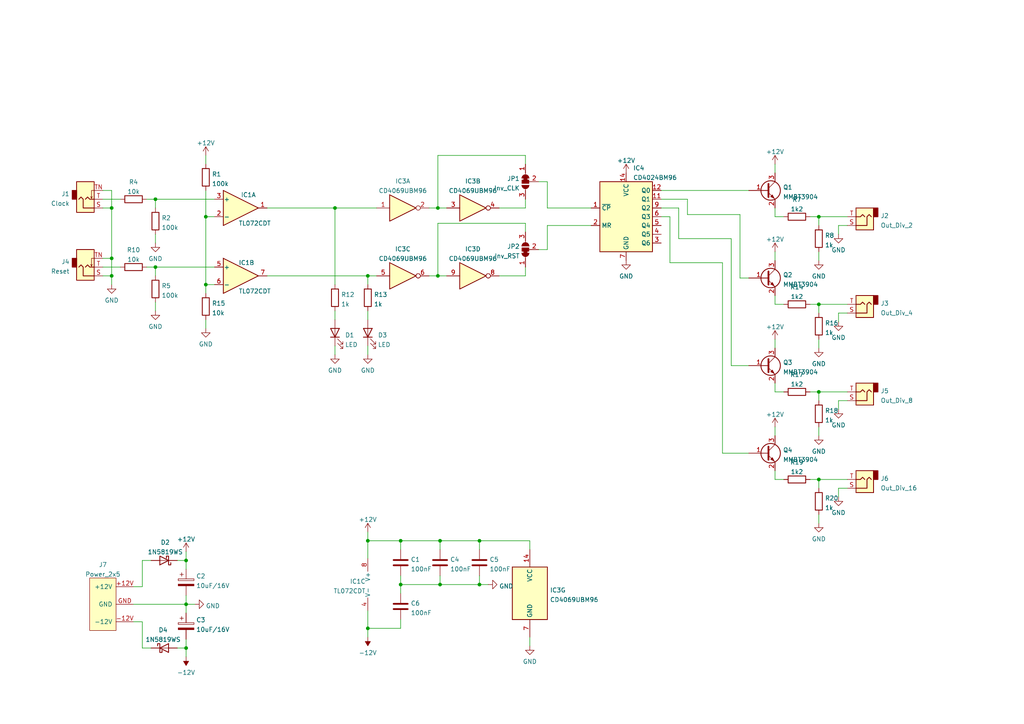
<source format=kicad_sch>
(kicad_sch (version 20211123) (generator eeschema)
  (paper "A4")
  (lib_symbols
    (symbol "74xx:74HC04"
      (property "Reference" "U" (at 0 1.27 0))
      (property "Value" "74HC04" (at 0 -1.27 0))
      (symbol "74HC04_1_0"
        (polyline (pts (xy -3.81 3.81) (xy -3.81 -3.81) (xy 3.81 0) (xy -3.81 3.81)) (stroke (width 0.254)) (fill (type background)))
        (pin input line (at -7.62 0 0) (length 3.81) (name "~") (number "1"))
        (pin output inverted (at 7.62 0 180) (length 3.81) (name "~") (number "2"))
      )
      (symbol "74HC04_2_0"
        (polyline (pts (xy -3.81 3.81) (xy -3.81 -3.81) (xy 3.81 0) (xy -3.81 3.81)) (stroke (width 0.254)) (fill (type background)))
        (pin input line (at -7.62 0 0) (length 3.81) (name "~") (number "3"))
        (pin output inverted (at 7.62 0 180) (length 3.81) (name "~") (number "4"))
      )
      (symbol "74HC04_3_0"
        (polyline (pts (xy -3.81 3.81) (xy -3.81 -3.81) (xy 3.81 0) (xy -3.81 3.81)) (stroke (width 0.254)) (fill (type background)))
        (pin input line (at -7.62 0 0) (length 3.81) (name "~") (number "5"))
        (pin output inverted (at 7.62 0 180) (length 3.81) (name "~") (number "6"))
      )
      (symbol "74HC04_4_0"
        (polyline (pts (xy -3.81 3.81) (xy -3.81 -3.81) (xy 3.81 0) (xy -3.81 3.81)) (stroke (width 0.254)) (fill (type background)))
        (pin output inverted (at 7.62 0 180) (length 3.81) (name "~") (number "8"))
        (pin input line (at -7.62 0 0) (length 3.81) (name "~") (number "9"))
      )
      (symbol "74HC04_5_0"
        (polyline (pts (xy -3.81 3.81) (xy -3.81 -3.81) (xy 3.81 0) (xy -3.81 3.81)) (stroke (width 0.254)) (fill (type background)))
        (pin output inverted (at 7.62 0 180) (length 3.81) (name "~") (number "10"))
        (pin input line (at -7.62 0 0) (length 3.81) (name "~") (number "11"))
      )
      (symbol "74HC04_6_0"
        (polyline (pts (xy -3.81 3.81) (xy -3.81 -3.81) (xy 3.81 0) (xy -3.81 3.81)) (stroke (width 0.254)) (fill (type background)))
        (pin output inverted (at 7.62 0 180) (length 3.81) (name "~") (number "12"))
        (pin input line (at -7.62 0 0) (length 3.81) (name "~") (number "13"))
      )
      (symbol "74HC04_7_0"
        (pin power_in line (at 0 12.7 270) (length 5.08) (name "VCC") (number "14"))
        (pin power_in line (at 0 -12.7 90) (length 5.08) (name "GND") (number "7"))
      )
      (symbol "74HC04_7_1"
        (rectangle (start -5.08 7.62) (end 5.08 -7.62) (stroke (width 0.254)) (fill (type background)))
      )
    )
    (symbol "74xx:74HC4024"
      (property "Reference" "U" (at -6.35 11.43 0))
      (property "Value" "74HC4024" (at 6.35 11.43 0))
      (symbol "74HC4024_0_1"
        (rectangle (start -7.62 10.16) (end 7.62 -10.16) (stroke (width 0.254)) (fill (type background)))
      )
      (symbol "74HC4024_1_0"
        (pin input line (at -10.16 2.54 0) (length 2.54) (name "~{CP}") (number "1"))
        (pin no_connect line (at -7.62 5.08 0) (length 2.54) hide (name "~") (number "10"))
        (pin output line (at 10.16 5.08 180) (length 2.54) (name "Q1") (number "11"))
        (pin output line (at 10.16 7.62 180) (length 2.54) (name "Q0") (number "12"))
        (pin no_connect line (at -7.62 -5.08 0) (length 2.54) hide (name "~") (number "13"))
        (pin power_in line (at 0 12.7 270) (length 2.54) (name "VCC") (number "14"))
        (pin input line (at -10.16 -2.54 0) (length 2.54) (name "MR") (number "2"))
        (pin output line (at 10.16 -7.62 180) (length 2.54) (name "Q6") (number "3"))
        (pin output line (at 10.16 -5.08 180) (length 2.54) (name "Q5") (number "4"))
        (pin output line (at 10.16 -2.54 180) (length 2.54) (name "Q4") (number "5"))
        (pin output line (at 10.16 0 180) (length 2.54) (name "Q3") (number "6"))
        (pin power_in line (at 0 -12.7 90) (length 2.54) (name "GND") (number "7"))
        (pin no_connect line (at -7.62 7.62 0) (length 2.54) hide (name "~") (number "8"))
        (pin output line (at 10.16 2.54 180) (length 2.54) (name "Q2") (number "9"))
      )
    )
    (symbol "Amplifier_Operational:TL072" (pin_names (offset 0.127))
      (property "Reference" "U" (at 0 5.08 0))
      (property "Value" "TL072" (at 0 -5.08 0))
      (symbol "TL072_1_1"
        (polyline (pts (xy -5.08 5.08) (xy 5.08 0) (xy -5.08 -5.08) (xy -5.08 5.08)) (stroke (width 0.254)) (fill (type background)))
        (pin output line (at 7.62 0 180) (length 2.54) (name "~") (number "1"))
        (pin input line (at -7.62 -2.54 0) (length 2.54) (name "-") (number "2"))
        (pin input line (at -7.62 2.54 0) (length 2.54) (name "+") (number "3"))
      )
      (symbol "TL072_2_1"
        (polyline (pts (xy -5.08 5.08) (xy 5.08 0) (xy -5.08 -5.08) (xy -5.08 5.08)) (stroke (width 0.254)) (fill (type background)))
        (pin input line (at -7.62 2.54 0) (length 2.54) (name "+") (number "5"))
        (pin input line (at -7.62 -2.54 0) (length 2.54) (name "-") (number "6"))
        (pin output line (at 7.62 0 180) (length 2.54) (name "~") (number "7"))
      )
      (symbol "TL072_3_1"
        (pin power_in line (at -2.54 -7.62 90) (length 3.81) (name "V-") (number "4"))
        (pin power_in line (at -2.54 7.62 270) (length 3.81) (name "V+") (number "8"))
      )
    )
    (symbol "Connector:AudioJack2"
      (property "Reference" "J" (at 0 8.89 0))
      (property "Value" "AudioJack2" (at 0 6.35 0))
      (symbol "AudioJack2_0_1"
        (rectangle (start -3.81 0) (end -2.54 -2.54) (stroke (width 0.254)) (fill (type outline)))
        (rectangle (start -2.54 3.81) (end 2.54 -2.54) (stroke (width 0.254)) (fill (type background)))
        (polyline (pts (xy 0 0) (xy 0.635 -0.635) (xy 1.27 0) (xy 2.54 0)) (stroke (width 0.254)))
        (polyline (pts (xy 2.54 2.54) (xy -0.635 2.54) (xy -0.635 0) (xy -1.27 -0.635) (xy -1.905 0)) (stroke (width 0.254)))
      )
      (symbol "AudioJack2_1_1"
        (pin passive line (at 5.08 2.54 180) (length 2.54) (name "~") (number "S"))
        (pin passive line (at 5.08 0 180) (length 2.54) (name "~") (number "T"))
      )
    )
    (symbol "Connector:AudioJack2_SwitchT"
      (property "Reference" "J" (at 0 8.89 0))
      (property "Value" "AudioJack2_SwitchT" (at 0 6.35 0))
      (symbol "AudioJack2_SwitchT_0_1"
        (rectangle (start -2.54 0) (end -3.81 -2.54) (stroke (width 0.254)) (fill (type outline)))
        (polyline (pts (xy 1.778 -0.254) (xy 2.032 -0.762)))
        (polyline (pts (xy 0 0) (xy 0.635 -0.635) (xy 1.27 0) (xy 2.54 0)) (stroke (width 0.254)))
        (polyline (pts (xy 2.54 -2.54) (xy 1.778 -2.54) (xy 1.778 -0.254) (xy 1.524 -0.762)))
        (polyline (pts (xy 2.54 2.54) (xy -0.635 2.54) (xy -0.635 0) (xy -1.27 -0.635) (xy -1.905 0)) (stroke (width 0.254)))
        (rectangle (start 2.54 3.81) (end -2.54 -5.08) (stroke (width 0.254)) (fill (type background)))
      )
      (symbol "AudioJack2_SwitchT_1_1"
        (pin passive line (at 5.08 2.54 180) (length 2.54) (name "~") (number "S"))
        (pin passive line (at 5.08 0 180) (length 2.54) (name "~") (number "T"))
        (pin passive line (at 5.08 -2.54 180) (length 2.54) (name "~") (number "TN"))
      )
    )
    (symbol "Device:C" (pin_numbers hide) (pin_names (offset 0.254))
      (property "Reference" "C" (at 0.635 2.54 0))
      (property "Value" "C" (at 0.635 -2.54 0))
      (symbol "C_0_1"
        (polyline (pts (xy -2.032 -0.762) (xy 2.032 -0.762)) (stroke (width 0.508)))
        (polyline (pts (xy -2.032 0.762) (xy 2.032 0.762)) (stroke (width 0.508)))
      )
      (symbol "C_1_1"
        (pin passive line (at 0 3.81 270) (length 2.794) (name "~") (number "1"))
        (pin passive line (at 0 -3.81 90) (length 2.794) (name "~") (number "2"))
      )
    )
    (symbol "Device:C_Polarized" (pin_numbers hide) (pin_names (offset 0.254))
      (property "Reference" "C" (at 0.635 2.54 0))
      (property "Value" "C_Polarized" (at 0.635 -2.54 0))
      (symbol "C_Polarized_0_1"
        (rectangle (start -2.286 0.508) (end 2.286 1.016))
        (polyline (pts (xy -1.778 2.286) (xy -0.762 2.286)))
        (polyline (pts (xy -1.27 2.794) (xy -1.27 1.778)))
        (rectangle (start 2.286 -0.508) (end -2.286 -1.016) (fill (type outline)))
      )
      (symbol "C_Polarized_1_1"
        (pin passive line (at 0 3.81 270) (length 2.794) (name "~") (number "1"))
        (pin passive line (at 0 -3.81 90) (length 2.794) (name "~") (number "2"))
      )
    )
    (symbol "Device:LED" (pin_numbers hide) (pin_names (offset 1.016) hide)
      (property "Reference" "D" (at 0 2.54 0))
      (property "Value" "LED" (at 0 -2.54 0))
      (symbol "LED_0_1"
        (polyline (pts (xy -1.27 -1.27) (xy -1.27 1.27)) (stroke (width 0.254)))
        (polyline (pts (xy -1.27 0) (xy 1.27 0)))
        (polyline (pts (xy 1.27 -1.27) (xy 1.27 1.27) (xy -1.27 0) (xy 1.27 -1.27)) (stroke (width 0.254)))
        (polyline (pts (xy -3.048 -0.762) (xy -4.572 -2.286) (xy -3.81 -2.286) (xy -4.572 -2.286) (xy -4.572 -1.524)))
        (polyline (pts (xy -1.778 -0.762) (xy -3.302 -2.286) (xy -2.54 -2.286) (xy -3.302 -2.286) (xy -3.302 -1.524)))
      )
      (symbol "LED_1_1"
        (pin passive line (at -3.81 0 0) (length 2.54) (name "K") (number "1"))
        (pin passive line (at 3.81 0 180) (length 2.54) (name "A") (number "2"))
      )
    )
    (symbol "Device:R" (pin_numbers hide) (pin_names (offset 0))
      (property "Reference" "R" (at 2.032 0 90))
      (property "Value" "R" (at 0 0 90))
      (symbol "R_0_1"
        (rectangle (start -1.016 -2.54) (end 1.016 2.54) (stroke (width 0.254)))
      )
      (symbol "R_1_1"
        (pin passive line (at 0 3.81 270) (length 1.27) (name "~") (number "1"))
        (pin passive line (at 0 -3.81 90) (length 1.27) (name "~") (number "2"))
      )
    )
    (symbol "Diode:1N5819" (pin_numbers hide) (pin_names (offset 1.016) hide)
      (property "Reference" "D" (at 0 2.54 0))
      (property "Value" "1N5819" (at 0 -2.54 0))
      (symbol "1N5819_0_1"
        (polyline (pts (xy 1.27 0) (xy -1.27 0)))
        (polyline (pts (xy 1.27 1.27) (xy 1.27 -1.27) (xy -1.27 0) (xy 1.27 1.27)) (stroke (width 0.254)))
        (polyline (pts (xy -1.905 0.635) (xy -1.905 1.27) (xy -1.27 1.27) (xy -1.27 -1.27) (xy -0.635 -1.27) (xy -0.635 -0.635)) (stroke (width 0.254)))
      )
      (symbol "1N5819_1_1"
        (pin passive line (at -3.81 0 0) (length 2.54) (name "K") (number "1"))
        (pin passive line (at 3.81 0 180) (length 2.54) (name "A") (number "2"))
      )
    )
    (symbol "Eurorack_Synth:Power_2x5" (pin_names (offset 1.016))
      (property "Reference" "J" (at 0 10.16 0))
      (property "Value" "Power_2x5" (at 0 8.89 0))
      (symbol "Power_2x5_0_1"
        (rectangle (start 3.81 7.62) (end -3.81 -7.62) (fill (type background)))
      )
      (symbol "Power_2x5_1_1"
        (pin power_out line (at 8.89 5.08 180) (length 5.08) (name "+12V") (number "+12V"))
        (pin power_out line (at 8.89 -5.08 180) (length 5.08) (name "-12V") (number "-12V"))
        (pin power_out line (at 8.89 0 180) (length 5.08) (name "GND") (number "GND"))
      )
    )
    (symbol "Jumper:SolderJumper_3_Bridged12" (pin_names (offset 0) hide)
      (property "Reference" "JP" (at -2.54 -2.54 0))
      (property "Value" "SolderJumper_3_Bridged12" (at 0 2.794 0))
      (symbol "SolderJumper_3_Bridged12_0_1"
        (rectangle (start -1.016 0.508) (end -0.508 -0.508) (fill (type outline)))
        (arc (start -1.016 1.016) (mid -2.032 0) (end -1.016 -1.016))
        (arc (start -1.016 1.016) (mid -2.032 0) (end -1.016 -1.016) (fill (type outline)))
        (rectangle (start -0.508 1.016) (end 0.508 -1.016) (fill (type outline)))
        (polyline (pts (xy -2.54 0) (xy -2.032 0)))
        (polyline (pts (xy -1.016 1.016) (xy -1.016 -1.016)))
        (polyline (pts (xy 0 -1.27) (xy 0 -1.016)))
        (polyline (pts (xy 1.016 1.016) (xy 1.016 -1.016)))
        (polyline (pts (xy 2.54 0) (xy 2.032 0)))
        (arc (start 1.016 -1.016) (mid 2.032 0) (end 1.016 1.016))
        (arc (start 1.016 -1.016) (mid 2.032 0) (end 1.016 1.016) (fill (type outline)))
      )
      (symbol "SolderJumper_3_Bridged12_1_1"
        (pin passive line (at -5.08 0 0) (length 2.54) (name "A") (number "1"))
        (pin input line (at 0 -3.81 90) (length 2.54) (name "C") (number "2"))
        (pin passive line (at 5.08 0 180) (length 2.54) (name "B") (number "3"))
      )
    )
    (symbol "Transistor_BJT:MMBT3904" (pin_names (offset 0) hide)
      (property "Reference" "Q" (at 5.08 1.905 0))
      (property "Value" "MMBT3904" (at 5.08 0 0))
      (symbol "MMBT3904_0_1"
        (polyline (pts (xy 0.635 0.635) (xy 2.54 2.54)))
        (polyline (pts (xy 0.635 -0.635) (xy 2.54 -2.54) (xy 2.54 -2.54)))
        (polyline (pts (xy 0.635 1.905) (xy 0.635 -1.905) (xy 0.635 -1.905)) (stroke (width 0.508)))
        (polyline (pts (xy 1.27 -1.778) (xy 1.778 -1.27) (xy 2.286 -2.286) (xy 1.27 -1.778) (xy 1.27 -1.778)) (fill (type outline)))
        (circle (center 1.27 0) (radius 2.8194) (stroke (width 0.254)))
      )
      (symbol "MMBT3904_1_1"
        (pin input line (at -5.08 0 0) (length 5.715) (name "B") (number "1"))
        (pin passive line (at 2.54 -5.08 90) (length 2.54) (name "E") (number "2"))
        (pin passive line (at 2.54 5.08 270) (length 2.54) (name "C") (number "3"))
      )
    )
    (symbol "power:+12V" (power) (pin_names (offset 0))
      (property "Value" "+12V" (at 0 3.556 0))
      (symbol "+12V_0_1"
        (polyline (pts (xy -0.762 1.27) (xy 0 2.54)))
        (polyline (pts (xy 0 0) (xy 0 2.54)))
        (polyline (pts (xy 0 2.54) (xy 0.762 1.27)))
      )
      (symbol "+12V_1_1"
        (pin power_in line (at 0 0 90) (length 0) hide (name "+12V") (number "1"))
      )
    )
    (symbol "power:-12V" (power) (pin_names (offset 0))
      (property "Value" "-12V" (at 0 3.81 0))
      (symbol "-12V_0_0"
        (pin power_in line (at 0 0 90) (length 0) hide (name "-12V") (number "1"))
      )
      (symbol "-12V_0_1"
        (polyline (pts (xy 0 0) (xy 0 1.27) (xy 0.762 1.27) (xy 0 2.54) (xy -0.762 1.27) (xy 0 1.27)) (fill (type outline)))
      )
    )
    (symbol "power:GND" (power) (pin_names (offset 0))
      (property "Value" "GND" (at 0 -3.81 0))
      (symbol "GND_0_1"
        (polyline (pts (xy 0 0) (xy 0 -1.27) (xy 1.27 -1.27) (xy 0 -2.54) (xy -1.27 -1.27) (xy 0 -1.27)))
      )
      (symbol "GND_1_1"
        (pin power_in line (at 0 0 270) (length 0) hide (name "GND") (number "1"))
      )
    )
  )
  (junction (at 237.49 139.065))
  (junction (at 127 80.01))
  (junction (at 59.69 62.865))
  (junction (at 127.635 156.845))
  (junction (at 106.68 182.245))
  (junction (at 237.49 113.665))
  (junction (at 139.065 169.545))
  (junction (at 127 60.325))
  (junction (at 237.49 62.865))
  (junction (at 53.975 187.96))
  (junction (at 32.385 60.325))
  (junction (at 45.085 57.785))
  (junction (at 97.155 60.325))
  (junction (at 127.635 169.545))
  (junction (at 106.68 156.845))
  (junction (at 32.385 80.01))
  (junction (at 32.385 74.93))
  (junction (at 59.69 82.55))
  (junction (at 237.49 88.265))
  (junction (at 53.975 175.26))
  (junction (at 53.975 162.56))
  (junction (at 116.205 169.545))
  (junction (at 139.065 156.845))
  (junction (at 45.085 77.47))
  (junction (at 106.68 80.01))
  (junction (at 116.205 156.845))
  (wire (pts (xy 152.4 64.77) (xy 127 64.77)))
  (wire (pts (xy 224.79 111.125) (xy 224.79 113.665)))
  (wire (pts (xy 62.23 62.865) (xy 59.69 62.865)))
  (wire (pts (xy 237.49 98.425) (xy 237.49 100.965)))
  (wire (pts (xy 243.205 141.605) (xy 243.205 144.145)))
  (wire (pts (xy 237.49 139.065) (xy 245.745 139.065)))
  (wire (pts (xy 139.065 169.545) (xy 141.605 169.545)))
  (wire (pts (xy 234.95 62.865) (xy 237.49 62.865)))
  (wire (pts (xy 59.69 82.55) (xy 59.69 85.09)))
  (wire (pts (xy 194.31 76.2) (xy 194.31 62.865)))
  (wire (pts (xy 32.385 74.93) (xy 32.385 80.01)))
  (wire (pts (xy 106.68 154.305) (xy 106.68 156.845)))
  (wire (pts (xy 97.155 100.33) (xy 97.155 102.87)))
  (wire (pts (xy 214.63 62.23) (xy 214.63 80.645)))
  (wire (pts (xy 127.635 167.005) (xy 127.635 169.545)))
  (wire (pts (xy 106.68 80.01) (xy 106.68 82.55)))
  (wire (pts (xy 51.435 187.96) (xy 53.975 187.96)))
  (wire (pts (xy 237.49 73.025) (xy 237.49 75.565)))
  (wire (pts (xy 59.69 45.085) (xy 59.69 47.625)))
  (wire (pts (xy 51.435 162.56) (xy 53.975 162.56)))
  (wire (pts (xy 97.155 90.17) (xy 97.155 92.71)))
  (wire (pts (xy 45.085 57.785) (xy 45.085 60.325)))
  (wire (pts (xy 29.845 74.93) (xy 32.385 74.93)))
  (wire (pts (xy 116.205 156.845) (xy 116.205 159.385)))
  (wire (pts (xy 245.745 141.605) (xy 243.205 141.605)))
  (wire (pts (xy 234.95 139.065) (xy 237.49 139.065)))
  (wire (pts (xy 212.09 69.215) (xy 212.09 106.045)))
  (wire (pts (xy 144.78 60.325) (xy 152.4 60.325)))
  (wire (pts (xy 127.635 156.845) (xy 116.205 156.845)))
  (wire (pts (xy 106.68 182.245) (xy 106.68 184.785)))
  (wire (pts (xy 45.085 77.47) (xy 62.23 77.47)))
  (wire (pts (xy 245.745 116.205) (xy 243.205 116.205)))
  (wire (pts (xy 29.845 55.245) (xy 32.385 55.245)))
  (wire (pts (xy 196.85 69.215) (xy 196.85 60.325)))
  (wire (pts (xy 124.46 60.325) (xy 127 60.325)))
  (wire (pts (xy 29.845 80.01) (xy 32.385 80.01)))
  (wire (pts (xy 209.55 131.445) (xy 217.17 131.445)))
  (wire (pts (xy 224.79 98.425) (xy 224.79 100.965)))
  (wire (pts (xy 29.845 60.325) (xy 32.385 60.325)))
  (wire (pts (xy 224.79 47.625) (xy 224.79 50.165)))
  (wire (pts (xy 53.975 185.42) (xy 53.975 187.96)))
  (wire (pts (xy 144.78 80.01) (xy 152.4 80.01)))
  (wire (pts (xy 237.49 88.265) (xy 237.49 90.805)))
  (wire (pts (xy 45.085 67.945) (xy 45.085 70.485)))
  (wire (pts (xy 237.49 62.865) (xy 245.745 62.865)))
  (wire (pts (xy 153.67 184.785) (xy 153.67 187.325)))
  (wire (pts (xy 139.065 167.005) (xy 139.065 169.545)))
  (wire (pts (xy 156.21 72.39) (xy 158.75 72.39)))
  (wire (pts (xy 29.845 57.785) (xy 34.925 57.785)))
  (wire (pts (xy 97.155 60.325) (xy 97.155 82.55)))
  (wire (pts (xy 224.79 60.325) (xy 224.79 62.865)))
  (wire (pts (xy 212.09 106.045) (xy 217.17 106.045)))
  (wire (pts (xy 158.75 60.325) (xy 171.45 60.325)))
  (wire (pts (xy 152.4 45.085) (xy 127 45.085)))
  (wire (pts (xy 139.065 169.545) (xy 127.635 169.545)))
  (wire (pts (xy 127.635 159.385) (xy 127.635 156.845)))
  (wire (pts (xy 32.385 60.325) (xy 32.385 74.93)))
  (wire (pts (xy 191.77 55.245) (xy 217.17 55.245)))
  (wire (pts (xy 53.975 175.26) (xy 56.515 175.26)))
  (wire (pts (xy 53.975 160.02) (xy 53.975 162.56)))
  (wire (pts (xy 152.4 60.325) (xy 152.4 57.785)))
  (wire (pts (xy 224.79 123.825) (xy 224.79 126.365)))
  (wire (pts (xy 116.205 169.545) (xy 116.205 172.085)))
  (wire (pts (xy 127 45.085) (xy 127 60.325)))
  (wire (pts (xy 59.69 92.71) (xy 59.69 95.25)))
  (wire (pts (xy 199.39 62.23) (xy 214.63 62.23)))
  (wire (pts (xy 106.68 156.845) (xy 106.68 161.925)))
  (wire (pts (xy 196.85 69.215) (xy 212.09 69.215)))
  (wire (pts (xy 124.46 80.01) (xy 127 80.01)))
  (wire (pts (xy 237.49 113.665) (xy 237.49 116.205)))
  (wire (pts (xy 158.75 52.705) (xy 158.75 60.325)))
  (wire (pts (xy 106.68 90.17) (xy 106.68 92.71)))
  (wire (pts (xy 237.49 139.065) (xy 237.49 141.605)))
  (wire (pts (xy 106.68 80.01) (xy 109.22 80.01)))
  (wire (pts (xy 41.275 162.56) (xy 43.815 162.56)))
  (wire (pts (xy 106.68 100.33) (xy 106.68 102.87)))
  (wire (pts (xy 77.47 60.325) (xy 97.155 60.325)))
  (wire (pts (xy 234.95 113.665) (xy 237.49 113.665)))
  (wire (pts (xy 127.635 169.545) (xy 116.205 169.545)))
  (wire (pts (xy 224.79 73.025) (xy 224.79 75.565)))
  (wire (pts (xy 41.275 170.18) (xy 38.735 170.18)))
  (wire (pts (xy 224.79 139.065) (xy 227.33 139.065)))
  (wire (pts (xy 38.735 175.26) (xy 53.975 175.26)))
  (wire (pts (xy 42.545 57.785) (xy 45.085 57.785)))
  (wire (pts (xy 59.69 82.55) (xy 62.23 82.55)))
  (wire (pts (xy 42.545 77.47) (xy 45.085 77.47)))
  (wire (pts (xy 224.79 88.265) (xy 227.33 88.265)))
  (wire (pts (xy 32.385 55.245) (xy 32.385 60.325)))
  (wire (pts (xy 116.205 179.705) (xy 116.205 182.245)))
  (wire (pts (xy 53.975 172.72) (xy 53.975 175.26)))
  (wire (pts (xy 158.75 65.405) (xy 171.45 65.405)))
  (wire (pts (xy 224.79 113.665) (xy 227.33 113.665)))
  (wire (pts (xy 234.95 88.265) (xy 237.49 88.265)))
  (wire (pts (xy 116.205 167.005) (xy 116.205 169.545)))
  (wire (pts (xy 29.845 77.47) (xy 34.925 77.47)))
  (wire (pts (xy 243.205 90.805) (xy 243.205 93.345)))
  (wire (pts (xy 237.49 88.265) (xy 245.745 88.265)))
  (wire (pts (xy 153.67 159.385) (xy 153.67 156.845)))
  (wire (pts (xy 152.4 47.625) (xy 152.4 45.085)))
  (wire (pts (xy 245.745 65.405) (xy 243.205 65.405)))
  (wire (pts (xy 139.065 156.845) (xy 127.635 156.845)))
  (wire (pts (xy 106.68 182.245) (xy 106.68 177.165)))
  (wire (pts (xy 53.975 175.26) (xy 53.975 177.8)))
  (wire (pts (xy 224.79 85.725) (xy 224.79 88.265)))
  (wire (pts (xy 224.79 62.865) (xy 227.33 62.865)))
  (wire (pts (xy 116.205 182.245) (xy 106.68 182.245)))
  (wire (pts (xy 32.385 80.01) (xy 32.385 82.55)))
  (wire (pts (xy 152.4 77.47) (xy 152.4 80.01)))
  (wire (pts (xy 45.085 77.47) (xy 45.085 80.01)))
  (wire (pts (xy 209.55 76.2) (xy 209.55 131.445)))
  (wire (pts (xy 156.21 52.705) (xy 158.75 52.705)))
  (wire (pts (xy 199.39 62.23) (xy 199.39 57.785)))
  (wire (pts (xy 53.975 162.56) (xy 53.975 165.1)))
  (wire (pts (xy 41.275 180.34) (xy 38.735 180.34)))
  (wire (pts (xy 127 80.01) (xy 129.54 80.01)))
  (wire (pts (xy 45.085 87.63) (xy 45.085 90.17)))
  (wire (pts (xy 97.155 60.325) (xy 109.22 60.325)))
  (wire (pts (xy 214.63 80.645) (xy 217.17 80.645)))
  (wire (pts (xy 243.205 65.405) (xy 243.205 67.945)))
  (wire (pts (xy 158.75 65.405) (xy 158.75 72.39)))
  (wire (pts (xy 194.31 76.2) (xy 209.55 76.2)))
  (wire (pts (xy 77.47 80.01) (xy 106.68 80.01)))
  (wire (pts (xy 59.69 55.245) (xy 59.69 62.865)))
  (wire (pts (xy 237.49 149.225) (xy 237.49 151.765)))
  (wire (pts (xy 237.49 62.865) (xy 237.49 65.405)))
  (wire (pts (xy 243.205 116.205) (xy 243.205 118.745)))
  (wire (pts (xy 106.68 156.845) (xy 116.205 156.845)))
  (wire (pts (xy 237.49 123.825) (xy 237.49 126.365)))
  (wire (pts (xy 152.4 67.31) (xy 152.4 64.77)))
  (wire (pts (xy 127 64.77) (xy 127 80.01)))
  (wire (pts (xy 41.275 162.56) (xy 41.275 170.18)))
  (wire (pts (xy 59.69 62.865) (xy 59.69 82.55)))
  (wire (pts (xy 41.275 187.96) (xy 41.275 180.34)))
  (wire (pts (xy 191.77 62.865) (xy 194.31 62.865)))
  (wire (pts (xy 237.49 113.665) (xy 245.745 113.665)))
  (wire (pts (xy 191.77 60.325) (xy 196.85 60.325)))
  (wire (pts (xy 127 60.325) (xy 129.54 60.325)))
  (wire (pts (xy 191.77 57.785) (xy 199.39 57.785)))
  (wire (pts (xy 153.67 156.845) (xy 139.065 156.845)))
  (wire (pts (xy 139.065 159.385) (xy 139.065 156.845)))
  (wire (pts (xy 45.085 57.785) (xy 62.23 57.785)))
  (wire (pts (xy 224.79 136.525) (xy 224.79 139.065)))
  (wire (pts (xy 41.275 187.96) (xy 43.815 187.96)))
  (wire (pts (xy 53.975 187.96) (xy 53.975 190.5)))
  (wire (pts (xy 245.745 90.805) (xy 243.205 90.805)))
  (symbol (lib_id "power:GND") (at 243.205 93.345 0) (unit 1)
    (property "Reference" "#PWR019" (effects hide))
    (property "Value" "GND" (at 243.205 97.9075 0))
  )
  (symbol (lib_id "Device:LED") (at 97.155 96.52 90) (unit 1)
    (property "Reference" "D1" (at 100.076 97.199 90) (effects (justify right)))
    (property "Value" "LED" (at 100.076 99.9741 90) (effects (justify right)))
    (property "Footprint" "LED_THT:LED_D3.0mm_Horizontal_O3.81mm_Z6.0mm" (effects hide))
  )
  (symbol (lib_id "Amplifier_Operational:TL072") (at 69.85 80.01 0) (unit 2)
    (property "Reference" "IC1" (at 69.215 76.2 0) (effects (justify left)))
    (property "Value" "TL072CDT" (at 69.215 84.455 0) (effects (justify left)))
    (property "Footprint" "Package_SO:SOIC-8_3.9x4.9mm_P1.27mm" (effects hide))
    (property "Datasheet" "http://www.ti.com/lit/ds/symlink/tl071.pdf" (effects hide))
    (property "MPN" "C6961" (effects hide))
  )
  (symbol (lib_id "power:GND") (at 153.67 187.325 0) (unit 1)
    (property "Reference" "#PWR012" (effects hide))
    (property "Value" "GND" (at 153.67 191.8875 0))
  )
  (symbol (lib_id "Connector:AudioJack2") (at 250.825 113.665 180) (unit 1)
    (property "Reference" "J5" (at 255.397 113.3915 0) (effects (justify right)))
    (property "Value" "Out_Div_8" (at 255.397 116.1666 0) (effects (justify right)))
    (property "Footprint" "Connector_Audio_QingPu:Jack_3.5mm_QingPu_WQP-PJ324M" (effects hide))
  )
  (symbol (lib_id "Amplifier_Operational:TL072") (at 109.22 169.545 0) (unit 3)
    (property "Reference" "IC1" (at 106.0451 168.6365 0) (effects (justify right)))
    (property "Value" "TL072CDT" (at 106.0451 171.4116 0) (effects (justify right)))
    (property "Footprint" "Package_SO:SOIC-8_3.9x4.9mm_P1.27mm" (effects hide))
    (property "Datasheet" "http://www.ti.com/lit/ds/symlink/tl071.pdf" (effects hide))
    (property "MPN" "C6961" (effects hide))
  )
  (symbol (lib_id "Device:C_Polarized") (at 53.975 168.91 0) (unit 1)
    (property "Reference" "C2" (at 56.896 167.1125 0) (effects (justify left)))
    (property "Value" "10uF/16V" (at 56.896 169.8876 0) (effects (justify left)))
    (property "Footprint" "Capacitor_Tantalum_SMD:CP_EIA-3216-18_Kemet-A" (effects hide))
    (property "MPN" "C7171" (effects hide))
  )
  (symbol (lib_id "power:GND") (at 59.69 95.25 0) (unit 1)
    (property "Reference" "#PWR06" (effects hide))
    (property "Value" "GND" (at 59.69 99.8125 0))
  )
  (symbol (lib_id "Device:R") (at 231.14 88.265 90) (unit 1)
    (property "Reference" "R14" (at 231.14 83.2825 90))
    (property "Value" "1k2" (at 231.14 86.0576 90))
    (property "Footprint" "Resistor_SMD:R_0603_1608Metric" (effects hide))
    (property "MPN" "C22765" (effects hide))
  )
  (symbol (lib_id "Transistor_BJT:MMBT3904") (at 222.25 131.445 0) (unit 1)
    (property "Reference" "Q4" (at 227.1014 130.5365 0) (effects (justify left)))
    (property "Value" "MMBT3904" (at 227.1014 133.3116 0) (effects (justify left)))
    (property "Footprint" "Package_TO_SOT_SMD:SOT-23" (effects hide))
    (property "Datasheet" "https://www.onsemi.com/pub/Collateral/2N3903-D.PDF" (effects hide))
    (property "MPN" "C20526" (effects hide))
  )
  (symbol (lib_id "power:+12V") (at 53.975 160.02 0) (unit 1)
    (property "Reference" "#PWR0101" (effects hide))
    (property "Value" "+12V" (at 53.975 156.4155 0))
  )
  (symbol (lib_id "Device:R") (at 59.69 88.9 180) (unit 1)
    (property "Reference" "R15" (at 61.468 87.9915 0) (effects (justify right)))
    (property "Value" "10k" (at 61.468 90.7666 0) (effects (justify right)))
    (property "Footprint" "Resistor_SMD:R_0402_1005Metric" (effects hide))
    (property "MPN" "C25744" (effects hide))
  )
  (symbol (lib_id "Diode:1N5819") (at 47.625 162.56 180) (unit 1)
    (property "Reference" "D2" (at 47.9425 157.3235 0))
    (property "Value" "1N5819WS" (at 47.9425 160.0986 0))
    (property "Footprint" "Diode_SMD:D_SOD-323" (effects hide))
    (property "Datasheet" "http://www.vishay.com/docs/88525/1n5817.pdf" (effects hide))
    (property "MPN" "C191023" (effects hide))
  )
  (symbol (lib_id "Jumper:SolderJumper_3_Bridged12") (at 152.4 72.39 90) (unit 1)
    (property "Reference" "JP2" (at 150.749 71.4815 90) (effects (justify left)))
    (property "Value" "Inv_RST" (at 150.749 74.2566 90) (effects (justify left)))
    (property "Footprint" "Jumper:SolderJumper-3_P1.3mm_Bridged2Bar12_RoundedPad1.0x1.5mm" (effects hide))
  )
  (symbol (lib_id "Amplifier_Operational:TL072") (at 69.85 60.325 0) (unit 1)
    (property "Reference" "IC1" (at 69.85 56.515 0) (effects (justify left)))
    (property "Value" "TL072CDT" (at 69.215 64.77 0) (effects (justify left)))
    (property "Footprint" "Package_SO:SOIC-8_3.9x4.9mm_P1.27mm" (effects hide))
    (property "Datasheet" "http://www.ti.com/lit/ds/symlink/tl071.pdf" (effects hide))
    (property "MPN" "C6961" (effects hide))
  )
  (symbol (lib_id "Device:R") (at 106.68 86.36 0) (unit 1)
    (property "Reference" "R13" (at 108.458 85.4515 0) (effects (justify left)))
    (property "Value" "1k" (at 108.458 88.2266 0) (effects (justify left)))
    (property "Footprint" "Resistor_SMD:R_0603_1608Metric" (effects hide))
    (property "MPN" "C21190" (effects hide))
  )
  (symbol (lib_id "Device:R") (at 45.085 83.82 180) (unit 1)
    (property "Reference" "R5" (at 46.863 82.9115 0) (effects (justify right)))
    (property "Value" "100k" (at 46.863 85.6866 0) (effects (justify right)))
    (property "Footprint" "Resistor_SMD:R_0402_1005Metric" (effects hide))
    (property "MPN" "C25741" (effects hide))
  )
  (symbol (lib_id "74xx:74HC04") (at 137.16 60.325 0) (unit 2)
    (property "Reference" "IC3" (at 137.16 52.5485 0))
    (property "Value" "CD4069UBM96" (at 137.16 55.3236 0))
    (property "Footprint" "Package_SO:SOIC-14_3.9x8.7mm_P1.27mm" (effects hide))
    (property "Datasheet" "https://assets.nexperia.com/documents/data-sheet/74HC_HCT04.pdf" (effects hide))
    (property "MPN" "C93672" (effects hide))
  )
  (symbol (lib_id "Jumper:SolderJumper_3_Bridged12") (at 152.4 52.705 90) (mirror x) (unit 1)
    (property "Reference" "JP1" (at 150.7491 51.7965 90) (effects (justify left)))
    (property "Value" "Inv_CLK" (at 150.7491 54.5716 90) (effects (justify left)))
    (property "Footprint" "Jumper:SolderJumper-3_P1.3mm_Bridged2Bar12_RoundedPad1.0x1.5mm" (effects hide))
  )
  (symbol (lib_id "power:GND") (at 56.515 175.26 90) (unit 1)
    (property "Reference" "#PWR010" (effects hide))
    (property "Value" "GND" (at 59.69 175.739 90) (effects (justify right)))
  )
  (symbol (lib_id "power:-12V") (at 106.68 184.785 180) (unit 1)
    (property "Reference" "#PWR028" (effects hide))
    (property "Value" "-12V" (at 106.68 189.3475 0))
  )
  (symbol (lib_id "power:GND") (at 45.085 70.485 0) (unit 1)
    (property "Reference" "#PWR014" (effects hide))
    (property "Value" "GND" (at 45.085 75.0475 0))
  )
  (symbol (lib_id "Device:R") (at 97.155 86.36 0) (unit 1)
    (property "Reference" "R12" (at 98.933 85.4515 0) (effects (justify left)))
    (property "Value" "1k" (at 98.933 88.2266 0) (effects (justify left)))
    (property "Footprint" "Resistor_SMD:R_0603_1608Metric" (effects hide))
    (property "MPN" "C21190" (effects hide))
  )
  (symbol (lib_id "power:GND") (at 243.205 144.145 0) (unit 1)
    (property "Reference" "#PWR025" (effects hide))
    (property "Value" "GND" (at 243.205 148.7075 0))
  )
  (symbol (lib_id "power:GND") (at 181.61 75.565 0) (unit 1)
    (property "Reference" "#PWR04" (effects hide))
    (property "Value" "GND" (at 181.61 80.1275 0))
  )
  (symbol (lib_id "power:GND") (at 243.205 67.945 0) (unit 1)
    (property "Reference" "#PWR016" (effects hide))
    (property "Value" "GND" (at 243.205 72.5075 0))
  )
  (symbol (lib_id "74xx:74HC04") (at 153.67 172.085 0) (unit 7)
    (property "Reference" "IC3" (at 159.512 171.1765 0) (effects (justify left)))
    (property "Value" "CD4069UBM96" (at 159.512 173.9516 0) (effects (justify left)))
    (property "Footprint" "Package_SO:SOIC-14_3.9x8.7mm_P1.27mm" (effects hide))
    (property "Datasheet" "https://assets.nexperia.com/documents/data-sheet/74HC_HCT04.pdf" (effects hide))
    (property "MPN" "C93672" (effects hide))
  )
  (symbol (lib_id "Transistor_BJT:MMBT3904") (at 222.25 55.245 0) (unit 1)
    (property "Reference" "Q1" (at 227.1014 54.3365 0) (effects (justify left)))
    (property "Value" "MMBT3904" (at 227.1014 57.1116 0) (effects (justify left)))
    (property "Footprint" "Package_TO_SOT_SMD:SOT-23" (effects hide))
    (property "Datasheet" "https://www.onsemi.com/pub/Collateral/2N3903-D.PDF" (effects hide))
    (property "MPN" "C20526" (effects hide))
  )
  (symbol (lib_id "Device:R") (at 38.735 57.785 90) (unit 1)
    (property "Reference" "R4" (at 38.735 52.8025 90))
    (property "Value" "10k" (at 38.735 55.5776 90))
    (property "Footprint" "Resistor_SMD:R_0402_1005Metric" (effects hide))
    (property "MPN" "C25744" (effects hide))
  )
  (symbol (lib_id "Connector:AudioJack2_SwitchT") (at 24.765 77.47 0) (mirror x) (unit 1)
    (property "Reference" "J4" (at 20.193 75.9265 0) (effects (justify right)))
    (property "Value" "Reset" (at 20.193 78.7016 0) (effects (justify right)))
    (property "Footprint" "Connector_Audio_QingPu:Jack_3.5mm_QingPu_WQP-PJ324M" (effects hide))
  )
  (symbol (lib_id "Device:R") (at 231.14 139.065 90) (unit 1)
    (property "Reference" "R19" (at 231.14 134.0825 90))
    (property "Value" "1k2" (at 231.14 136.8576 90))
    (property "Footprint" "Resistor_SMD:R_0603_1608Metric" (effects hide))
    (property "MPN" "C22765" (effects hide))
  )
  (symbol (lib_id "power:-12V") (at 53.975 190.5 180) (unit 1)
    (property "Reference" "#PWR029" (effects hide))
    (property "Value" "-12V" (at 53.975 195.0625 0))
  )
  (symbol (lib_id "Device:R") (at 237.49 145.415 0) (unit 1)
    (property "Reference" "R20" (at 239.268 144.5065 0) (effects (justify left)))
    (property "Value" "1k" (at 239.268 147.2816 0) (effects (justify left)))
    (property "Footprint" "Resistor_SMD:R_0603_1608Metric" (effects hide))
    (property "MPN" "C21190" (effects hide))
  )
  (symbol (lib_id "Device:C") (at 127.635 163.195 0) (unit 1)
    (property "Reference" "C4" (at 130.556 162.2865 0) (effects (justify left)))
    (property "Value" "100nF" (at 130.556 165.0616 0) (effects (justify left)))
    (property "Footprint" "Capacitor_SMD:C_0402_1005Metric" (effects hide))
    (property "MPN" "C1525" (effects hide))
  )
  (symbol (lib_id "Device:R") (at 237.49 69.215 0) (unit 1)
    (property "Reference" "R8" (at 239.268 68.3065 0) (effects (justify left)))
    (property "Value" "1k" (at 239.268 71.0816 0) (effects (justify left)))
    (property "Footprint" "Resistor_SMD:R_0603_1608Metric" (effects hide))
    (property "MPN" "C21190" (effects hide))
  )
  (symbol (lib_id "Device:C") (at 116.205 163.195 0) (unit 1)
    (property "Reference" "C1" (at 119.126 162.2865 0) (effects (justify left)))
    (property "Value" "100nF" (at 119.126 165.0616 0) (effects (justify left)))
    (property "Footprint" "Capacitor_SMD:C_0402_1005Metric" (effects hide))
    (property "MPN" "C1525" (effects hide))
  )
  (symbol (lib_id "Connector:AudioJack2") (at 250.825 62.865 180) (unit 1)
    (property "Reference" "J2" (at 255.397 62.5915 0) (effects (justify right)))
    (property "Value" "Out_Div_2" (at 255.397 65.3666 0) (effects (justify right)))
    (property "Footprint" "Connector_Audio_QingPu:Jack_3.5mm_QingPu_WQP-PJ324M" (effects hide))
  )
  (symbol (lib_id "power:+12V") (at 59.69 45.085 0) (unit 1)
    (property "Reference" "#PWR01" (effects hide))
    (property "Value" "+12V" (at 59.69 41.4805 0))
  )
  (symbol (lib_id "Device:R") (at 59.69 51.435 180) (unit 1)
    (property "Reference" "R1" (at 61.468 50.5265 0) (effects (justify right)))
    (property "Value" "100k" (at 61.468 53.3016 0) (effects (justify right)))
    (property "Footprint" "Resistor_SMD:R_0402_1005Metric" (effects hide))
    (property "MPN" "C25741" (effects hide))
  )
  (symbol (lib_id "power:GND") (at 243.205 118.745 0) (unit 1)
    (property "Reference" "#PWR022" (effects hide))
    (property "Value" "GND" (at 243.205 123.3075 0))
  )
  (symbol (lib_id "power:GND") (at 32.385 82.55 0) (unit 1)
    (property "Reference" "#PWR03" (effects hide))
    (property "Value" "GND" (at 32.385 87.1125 0))
  )
  (symbol (lib_id "Diode:1N5819") (at 47.625 187.96 0) (unit 1)
    (property "Reference" "D4" (at 47.3075 182.7235 0))
    (property "Value" "1N5819WS" (at 47.3075 185.4986 0))
    (property "Footprint" "Diode_SMD:D_SOD-323" (effects hide))
    (property "Datasheet" "http://www.vishay.com/docs/88525/1n5817.pdf" (effects hide))
    (property "MPN" "C191023" (effects hide))
  )
  (symbol (lib_id "power:+12V") (at 181.61 50.165 0) (unit 1)
    (property "Reference" "#PWR08" (effects hide))
    (property "Value" "+12V" (at 181.61 46.5605 0))
  )
  (symbol (lib_id "Transistor_BJT:MMBT3904") (at 222.25 106.045 0) (unit 1)
    (property "Reference" "Q3" (at 227.1014 105.1365 0) (effects (justify left)))
    (property "Value" "MMBT3904" (at 227.1014 107.9116 0) (effects (justify left)))
    (property "Footprint" "Package_TO_SOT_SMD:SOT-23" (effects hide))
    (property "Datasheet" "https://www.onsemi.com/pub/Collateral/2N3903-D.PDF" (effects hide))
    (property "MPN" "C20526" (effects hide))
  )
  (symbol (lib_id "Device:R") (at 231.14 62.865 90) (unit 1)
    (property "Reference" "R7" (at 231.14 57.8825 90))
    (property "Value" "1k2" (at 231.14 60.6576 90))
    (property "Footprint" "Resistor_SMD:R_0603_1608Metric" (effects hide))
    (property "MPN" "C22765" (effects hide))
  )
  (symbol (lib_id "Device:C") (at 139.065 163.195 0) (unit 1)
    (property "Reference" "C5" (at 141.986 162.2865 0) (effects (justify left)))
    (property "Value" "100nF" (at 141.986 165.0616 0) (effects (justify left)))
    (property "Footprint" "Capacitor_SMD:C_0402_1005Metric" (effects hide))
    (property "MPN" "C1525" (effects hide))
  )
  (symbol (lib_id "Device:R") (at 237.49 94.615 0) (unit 1)
    (property "Reference" "R16" (at 239.268 93.7065 0) (effects (justify left)))
    (property "Value" "1k" (at 239.268 96.4816 0) (effects (justify left)))
    (property "Footprint" "Resistor_SMD:R_0603_1608Metric" (effects hide))
    (property "MPN" "C21190" (effects hide))
  )
  (symbol (lib_id "power:GND") (at 237.49 151.765 0) (unit 1)
    (property "Reference" "#PWR026" (effects hide))
    (property "Value" "GND" (at 237.49 156.3275 0))
  )
  (symbol (lib_id "Connector:AudioJack2") (at 250.825 88.265 180) (unit 1)
    (property "Reference" "J3" (at 255.397 87.9915 0) (effects (justify right)))
    (property "Value" "Out_Div_4" (at 255.397 90.7666 0) (effects (justify right)))
    (property "Footprint" "Connector_Audio_QingPu:Jack_3.5mm_QingPu_WQP-PJ324M" (effects hide))
  )
  (symbol (lib_id "power:+12V") (at 106.68 154.305 0) (unit 1)
    (property "Reference" "#PWR027" (effects hide))
    (property "Value" "+12V" (at 106.68 150.7005 0))
  )
  (symbol (lib_id "Device:LED") (at 106.68 96.52 90) (unit 1)
    (property "Reference" "D3" (at 109.601 97.199 90) (effects (justify right)))
    (property "Value" "LED" (at 109.601 99.9741 90) (effects (justify right)))
    (property "Footprint" "LED_THT:LED_D3.0mm_Horizontal_O3.81mm_Z6.0mm" (effects hide))
  )
  (symbol (lib_id "power:+12V") (at 224.79 47.625 0) (unit 1)
    (property "Reference" "#PWR05" (effects hide))
    (property "Value" "+12V" (at 224.79 44.0205 0))
  )
  (symbol (lib_id "Device:R") (at 237.49 120.015 0) (unit 1)
    (property "Reference" "R18" (at 239.268 119.1065 0) (effects (justify left)))
    (property "Value" "1k" (at 239.268 121.8816 0) (effects (justify left)))
    (property "Footprint" "Resistor_SMD:R_0603_1608Metric" (effects hide))
    (property "MPN" "C21190" (effects hide))
  )
  (symbol (lib_id "Device:R") (at 45.085 64.135 180) (unit 1)
    (property "Reference" "R2" (at 46.863 63.2265 0) (effects (justify right)))
    (property "Value" "100k" (at 46.863 66.0016 0) (effects (justify right)))
    (property "Footprint" "Resistor_SMD:R_0402_1005Metric" (effects hide))
    (property "MPN" "C25741" (effects hide))
  )
  (symbol (lib_id "power:GND") (at 237.49 100.965 0) (unit 1)
    (property "Reference" "#PWR021" (effects hide))
    (property "Value" "GND" (at 237.49 105.5275 0))
  )
  (symbol (lib_id "power:+12V") (at 224.79 98.425 0) (unit 1)
    (property "Reference" "#PWR020" (effects hide))
    (property "Value" "+12V" (at 224.79 94.8205 0))
  )
  (symbol (lib_id "74xx:74HC04") (at 116.84 60.325 0) (unit 1)
    (property "Reference" "IC3" (at 116.84 52.5485 0))
    (property "Value" "CD4069UBM96" (at 116.84 55.3236 0))
    (property "Footprint" "Package_SO:SOIC-14_3.9x8.7mm_P1.27mm" (effects hide))
    (property "Datasheet" "https://assets.nexperia.com/documents/data-sheet/74HC_HCT04.pdf" (effects hide))
    (property "MPN" "C93672" (effects hide))
  )
  (symbol (lib_id "74xx:74HC4024") (at 181.61 62.865 0) (unit 1)
    (property "Reference" "IC4" (at 183.6294 48.7385 0) (effects (justify left)))
    (property "Value" "CD4024BM96" (at 183.6294 51.5136 0) (effects (justify left)))
    (property "Footprint" "Package_SO:SOIC-14_3.9x8.7mm_P1.27mm" (effects hide))
    (property "Datasheet" "https://assets.nexperia.com/documents/data-sheet/74HC4024.pdf" (effects hide))
    (property "MPN" "C157535" (effects hide))
  )
  (symbol (lib_id "power:GND") (at 97.155 102.87 0) (unit 1)
    (property "Reference" "#PWR07" (effects hide))
    (property "Value" "GND" (at 97.155 107.4325 0))
  )
  (symbol (lib_id "74xx:74HC04") (at 137.16 80.01 0) (unit 4)
    (property "Reference" "IC3" (at 137.16 72.2335 0))
    (property "Value" "CD4069UBM96" (at 137.16 75.0086 0))
    (property "Footprint" "Package_SO:SOIC-14_3.9x8.7mm_P1.27mm" (effects hide))
    (property "Datasheet" "https://assets.nexperia.com/documents/data-sheet/74HC_HCT04.pdf" (effects hide))
    (property "MPN" "C93672" (effects hide))
  )
  (symbol (lib_id "Device:R") (at 231.14 113.665 90) (unit 1)
    (property "Reference" "R17" (at 231.14 108.6825 90))
    (property "Value" "1k2" (at 231.14 111.4576 90))
    (property "Footprint" "Resistor_SMD:R_0603_1608Metric" (effects hide))
    (property "MPN" "C22765" (effects hide))
  )
  (symbol (lib_id "Device:C_Polarized") (at 53.975 181.61 0) (unit 1)
    (property "Reference" "C3" (at 56.896 179.8125 0) (effects (justify left)))
    (property "Value" "10uF/16V" (at 56.896 182.5876 0) (effects (justify left)))
    (property "Footprint" "Capacitor_Tantalum_SMD:CP_EIA-3216-18_Kemet-A" (effects hide))
    (property "MPN" "C7171" (effects hide))
  )
  (symbol (lib_id "Eurorack_Synth:Power_2x5") (at 29.845 175.26 0) (unit 1)
    (property "Reference" "J7" (at 29.845 163.8005 0))
    (property "Value" "Power_2x5" (at 29.845 166.5756 0))
    (property "Footprint" "CATs_Eurosynth_Specials:Power_2x8_Horizontal" (effects hide))
  )
  (symbol (lib_id "power:GND") (at 45.085 90.17 0) (unit 1)
    (property "Reference" "#PWR015" (effects hide))
    (property "Value" "GND" (at 45.085 94.7325 0))
  )
  (symbol (lib_id "Connector:AudioJack2") (at 250.825 139.065 180) (unit 1)
    (property "Reference" "J6" (at 255.397 138.7915 0) (effects (justify right)))
    (property "Value" "Out_Div_16" (at 255.397 141.5666 0) (effects (justify right)))
    (property "Footprint" "Connector_Audio_QingPu:Jack_3.5mm_QingPu_WQP-PJ324M" (effects hide))
  )
  (symbol (lib_id "Transistor_BJT:MMBT3904") (at 222.25 80.645 0) (unit 1)
    (property "Reference" "Q2" (at 227.1014 79.7365 0) (effects (justify left)))
    (property "Value" "MMBT3904" (at 227.1014 82.5116 0) (effects (justify left)))
    (property "Footprint" "Package_TO_SOT_SMD:SOT-23" (effects hide))
    (property "Datasheet" "https://www.onsemi.com/pub/Collateral/2N3903-D.PDF" (effects hide))
    (property "MPN" "C20526" (effects hide))
  )
  (symbol (lib_id "power:GND") (at 237.49 75.565 0) (unit 1)
    (property "Reference" "#PWR018" (effects hide))
    (property "Value" "GND" (at 237.49 80.1275 0))
  )
  (symbol (lib_id "power:+12V") (at 224.79 123.825 0) (unit 1)
    (property "Reference" "#PWR023" (effects hide))
    (property "Value" "+12V" (at 224.79 120.2205 0))
  )
  (symbol (lib_id "Device:C") (at 116.205 175.895 0) (unit 1)
    (property "Reference" "C6" (at 119.126 174.9865 0) (effects (justify left)))
    (property "Value" "100nF" (at 119.126 177.7616 0) (effects (justify left)))
    (property "Footprint" "Capacitor_SMD:C_0402_1005Metric" (effects hide))
    (property "MPN" "C1525" (effects hide))
  )
  (symbol (lib_id "Device:R") (at 38.735 77.47 90) (unit 1)
    (property "Reference" "R10" (at 38.735 72.4875 90))
    (property "Value" "10k" (at 38.735 75.2626 90))
    (property "Footprint" "Resistor_SMD:R_0402_1005Metric" (effects hide))
    (property "MPN" "C25744" (effects hide))
  )
  (symbol (lib_id "74xx:74HC04") (at 116.84 80.01 0) (unit 3)
    (property "Reference" "IC3" (at 116.84 72.2335 0))
    (property "Value" "CD4069UBM96" (at 116.84 75.0086 0))
    (property "Footprint" "Package_SO:SOIC-14_3.9x8.7mm_P1.27mm" (effects hide))
    (property "Datasheet" "https://assets.nexperia.com/documents/data-sheet/74HC_HCT04.pdf" (effects hide))
    (property "MPN" "C93672" (effects hide))
  )
  (symbol (lib_id "power:GND") (at 237.49 126.365 0) (unit 1)
    (property "Reference" "#PWR024" (effects hide))
    (property "Value" "GND" (at 237.49 130.9275 0))
  )
  (symbol (lib_id "power:GND") (at 106.68 102.87 0) (unit 1)
    (property "Reference" "#PWR013" (effects hide))
    (property "Value" "GND" (at 106.68 107.4325 0))
  )
  (symbol (lib_id "power:GND") (at 141.605 169.545 90) (unit 1)
    (property "Reference" "#PWR011" (effects hide))
    (property "Value" "GND" (at 144.78 170.024 90) (effects (justify right)))
  )
  (symbol (lib_id "Connector:AudioJack2_SwitchT") (at 24.765 57.785 0) (mirror x) (unit 1)
    (property "Reference" "J1" (at 20.193 56.2415 0) (effects (justify right)))
    (property "Value" "Clock" (at 20.193 59.0166 0) (effects (justify right)))
    (property "Footprint" "Connector_Audio_QingPu:Jack_3.5mm_QingPu_WQP-PJ324M" (effects hide))
  )
  (symbol (lib_id "power:+12V") (at 224.79 73.025 0) (unit 1)
    (property "Reference" "#PWR017" (effects hide))
    (property "Value" "+12V" (at 224.79 69.4205 0))
  )
)
</source>
